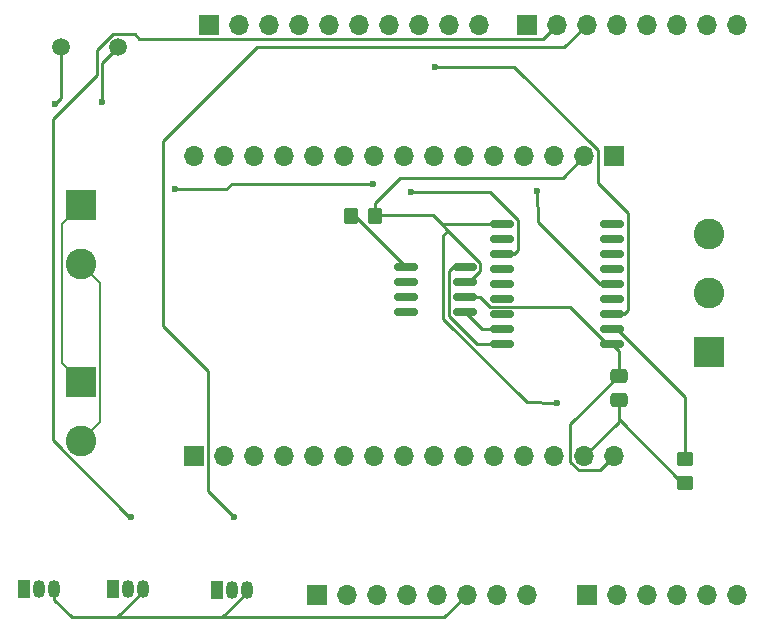
<source format=gbr>
%TF.GenerationSoftware,KiCad,Pcbnew,8.0.2-1*%
%TF.CreationDate,2024-05-27T06:20:34-04:00*%
%TF.ProjectId,ORA_Arduino_ESP_CAN_Shield_Rev_2,4f52415f-4172-4647-9569-6e6f5f455350,rev?*%
%TF.SameCoordinates,Original*%
%TF.FileFunction,Copper,L2,Bot*%
%TF.FilePolarity,Positive*%
%FSLAX46Y46*%
G04 Gerber Fmt 4.6, Leading zero omitted, Abs format (unit mm)*
G04 Created by KiCad (PCBNEW 8.0.2-1) date 2024-05-27 06:20:34*
%MOMM*%
%LPD*%
G01*
G04 APERTURE LIST*
G04 Aperture macros list*
%AMRoundRect*
0 Rectangle with rounded corners*
0 $1 Rounding radius*
0 $2 $3 $4 $5 $6 $7 $8 $9 X,Y pos of 4 corners*
0 Add a 4 corners polygon primitive as box body*
4,1,4,$2,$3,$4,$5,$6,$7,$8,$9,$2,$3,0*
0 Add four circle primitives for the rounded corners*
1,1,$1+$1,$2,$3*
1,1,$1+$1,$4,$5*
1,1,$1+$1,$6,$7*
1,1,$1+$1,$8,$9*
0 Add four rect primitives between the rounded corners*
20,1,$1+$1,$2,$3,$4,$5,0*
20,1,$1+$1,$4,$5,$6,$7,0*
20,1,$1+$1,$6,$7,$8,$9,0*
20,1,$1+$1,$8,$9,$2,$3,0*%
G04 Aperture macros list end*
%TA.AperFunction,ComponentPad*%
%ADD10R,1.700000X1.700000*%
%TD*%
%TA.AperFunction,ComponentPad*%
%ADD11O,1.700000X1.700000*%
%TD*%
%TA.AperFunction,ComponentPad*%
%ADD12R,1.050000X1.500000*%
%TD*%
%TA.AperFunction,ComponentPad*%
%ADD13O,1.050000X1.500000*%
%TD*%
%TA.AperFunction,ComponentPad*%
%ADD14R,2.600000X2.600000*%
%TD*%
%TA.AperFunction,ComponentPad*%
%ADD15C,2.600000*%
%TD*%
%TA.AperFunction,ComponentPad*%
%ADD16C,1.500000*%
%TD*%
%TA.AperFunction,SMDPad,CuDef*%
%ADD17RoundRect,0.250000X-0.475000X0.337500X-0.475000X-0.337500X0.475000X-0.337500X0.475000X0.337500X0*%
%TD*%
%TA.AperFunction,SMDPad,CuDef*%
%ADD18RoundRect,0.250000X0.450000X-0.350000X0.450000X0.350000X-0.450000X0.350000X-0.450000X-0.350000X0*%
%TD*%
%TA.AperFunction,SMDPad,CuDef*%
%ADD19RoundRect,0.150000X0.825000X0.150000X-0.825000X0.150000X-0.825000X-0.150000X0.825000X-0.150000X0*%
%TD*%
%TA.AperFunction,SMDPad,CuDef*%
%ADD20RoundRect,0.150000X-0.875000X-0.150000X0.875000X-0.150000X0.875000X0.150000X-0.875000X0.150000X0*%
%TD*%
%TA.AperFunction,SMDPad,CuDef*%
%ADD21RoundRect,0.250000X-0.350000X-0.450000X0.350000X-0.450000X0.350000X0.450000X-0.350000X0.450000X0*%
%TD*%
%TA.AperFunction,ViaPad*%
%ADD22C,0.600000*%
%TD*%
%TA.AperFunction,Conductor*%
%ADD23C,0.250000*%
%TD*%
%TA.AperFunction,Conductor*%
%ADD24C,0.200000*%
%TD*%
G04 APERTURE END LIST*
D10*
%TO.P,J1,1,Pin_1*%
%TO.N,unconnected-(J1-Pin_1-Pad1)*%
X127940000Y-97460000D03*
D11*
%TO.P,J1,2,Pin_2*%
%TO.N,unconnected-(J1-Pin_2-Pad2)*%
X130480000Y-97460000D03*
%TO.P,J1,3,Pin_3*%
%TO.N,unconnected-(J1-Pin_3-Pad3)*%
X133020000Y-97460000D03*
%TO.P,J1,4,Pin_4*%
%TO.N,unconnected-(J1-Pin_4-Pad4)*%
X135560000Y-97460000D03*
%TO.P,J1,5,Pin_5*%
%TO.N,+5V*%
X138100000Y-97460000D03*
%TO.P,J1,6,Pin_6*%
%TO.N,GND*%
X140640000Y-97460000D03*
%TO.P,J1,7,Pin_7*%
X143180000Y-97460000D03*
%TO.P,J1,8,Pin_8*%
%TO.N,unconnected-(J1-Pin_8-Pad8)*%
X145720000Y-97460000D03*
%TD*%
D10*
%TO.P,J3,1,Pin_1*%
%TO.N,unconnected-(J3-Pin_1-Pad1)*%
X150800000Y-97460000D03*
D11*
%TO.P,J3,2,Pin_2*%
%TO.N,unconnected-(J3-Pin_2-Pad2)*%
X153340000Y-97460000D03*
%TO.P,J3,3,Pin_3*%
%TO.N,unconnected-(J3-Pin_3-Pad3)*%
X155880000Y-97460000D03*
%TO.P,J3,4,Pin_4*%
%TO.N,unconnected-(J3-Pin_4-Pad4)*%
X158420000Y-97460000D03*
%TO.P,J3,5,Pin_5*%
%TO.N,unconnected-(J3-Pin_5-Pad5)*%
X160960000Y-97460000D03*
%TO.P,J3,6,Pin_6*%
%TO.N,unconnected-(J3-Pin_6-Pad6)*%
X163500000Y-97460000D03*
%TD*%
D10*
%TO.P,J2,1,Pin_1*%
%TO.N,SCL*%
X118796000Y-49200000D03*
D11*
%TO.P,J2,2,Pin_2*%
%TO.N,SDA*%
X121336000Y-49200000D03*
%TO.P,J2,3,Pin_3*%
%TO.N,unconnected-(J2-Pin_3-Pad3)*%
X123876000Y-49200000D03*
%TO.P,J2,4,Pin_4*%
%TO.N,GND*%
X126416000Y-49200000D03*
%TO.P,J2,5,Pin_5*%
%TO.N,SCK*%
X128956000Y-49200000D03*
%TO.P,J2,6,Pin_6*%
%TO.N,SO*%
X131496000Y-49200000D03*
%TO.P,J2,7,Pin_7*%
%TO.N,SI*%
X134036000Y-49200000D03*
%TO.P,J2,8,Pin_8*%
%TO.N,CS*%
X136576000Y-49200000D03*
%TO.P,J2,9,Pin_9*%
%TO.N,unconnected-(J2-Pin_9-Pad9)*%
X139116000Y-49200000D03*
%TO.P,J2,10,Pin_10*%
%TO.N,unconnected-(J2-Pin_10-Pad10)*%
X141656000Y-49200000D03*
%TD*%
D10*
%TO.P,J4,1,Pin_1*%
%TO.N,LEDPWR_R*%
X145720000Y-49200000D03*
D11*
%TO.P,J4,2,Pin_2*%
%TO.N,LEDPWR_G*%
X148260000Y-49200000D03*
%TO.P,J4,3,Pin_3*%
%TO.N,LEDPWR_B*%
X150800000Y-49200000D03*
%TO.P,J4,4,Pin_4*%
%TO.N,unconnected-(J4-Pin_4-Pad4)*%
X153340000Y-49200000D03*
%TO.P,J4,5,Pin_5*%
%TO.N,unconnected-(J4-Pin_5-Pad5)*%
X155880000Y-49200000D03*
%TO.P,J4,6,Pin_6*%
%TO.N,unconnected-(J4-Pin_6-Pad6)*%
X158420000Y-49200000D03*
%TO.P,J4,7,Pin_7*%
%TO.N,unconnected-(J4-Pin_7-Pad7)*%
X160960000Y-49200000D03*
%TO.P,J4,8,Pin_8*%
%TO.N,unconnected-(J4-Pin_8-Pad8)*%
X163500000Y-49200000D03*
%TD*%
D12*
%TO.P,Q2,1,D*%
%TO.N,Net-(Q2-D)*%
X119490000Y-97050000D03*
D13*
%TO.P,Q2,2,G*%
%TO.N,Net-(Q2-G)*%
X120760000Y-97050000D03*
%TO.P,Q2,3,S*%
%TO.N,GND*%
X122030000Y-97050000D03*
%TD*%
D12*
%TO.P,Q1,1,D*%
%TO.N,Net-(Q1-D)*%
X103200000Y-96960000D03*
D13*
%TO.P,Q1,2,G*%
%TO.N,Net-(Q1-G)*%
X104470000Y-96960000D03*
%TO.P,Q1,3,S*%
%TO.N,GND*%
X105740000Y-96960000D03*
%TD*%
D12*
%TO.P,Q4,1,D*%
%TO.N,Net-(Q4-D)*%
X110700000Y-96980000D03*
D13*
%TO.P,Q4,2,G*%
%TO.N,Net-(Q4-G)*%
X111970000Y-96980000D03*
%TO.P,Q4,3,S*%
%TO.N,GND*%
X113240000Y-96980000D03*
%TD*%
D14*
%TO.P,J5,1,Pin_1*%
%TO.N,CAN-*%
X107960000Y-64450000D03*
D15*
%TO.P,J5,2,Pin_2*%
%TO.N,CAN+*%
X107960000Y-69450000D03*
%TD*%
D14*
%TO.P,J6,1,Pin_1*%
%TO.N,CAN-*%
X107965000Y-79450000D03*
D15*
%TO.P,J6,2,Pin_2*%
%TO.N,CAN+*%
X107965000Y-84450000D03*
%TD*%
D16*
%TO.P,Y2,1,1*%
%TO.N,Net-(U4-OSC1)*%
X106280000Y-51050000D03*
%TO.P,Y2,2,2*%
%TO.N,Net-(U4-OSC2)*%
X111160000Y-51050000D03*
%TD*%
D14*
%TO.P,J7,1,Pin_1*%
%TO.N,LED_R*%
X161190000Y-76940000D03*
D15*
%TO.P,J7,2,Pin_2*%
%TO.N,LED_G*%
X161190000Y-71940000D03*
%TO.P,J7,3,Pin_3*%
%TO.N,LED_B*%
X161190000Y-66940000D03*
%TD*%
D10*
%TO.P,U1,1,3V3*%
%TO.N,unconnected-(U1-3V3-Pad1)*%
X153120000Y-60330000D03*
D11*
%TO.P,U1,2,GND*%
%TO.N,GND*%
X150580000Y-60330000D03*
%TO.P,U1,3,D15*%
%TO.N,unconnected-(U1-D15-Pad3)*%
X148040000Y-60330000D03*
%TO.P,U1,4,D2*%
%TO.N,unconnected-(U1-D2-Pad4)*%
X145500000Y-60330000D03*
%TO.P,U1,5,D4*%
%TO.N,unconnected-(U1-D4-Pad5)*%
X142960000Y-60330000D03*
%TO.P,U1,6,RX2*%
%TO.N,unconnected-(U1-RX2-Pad6)*%
X140420000Y-60330000D03*
%TO.P,U1,7,TX2*%
%TO.N,unconnected-(U1-TX2-Pad7)*%
X137880000Y-60330000D03*
%TO.P,U1,8,D5*%
%TO.N,unconnected-(U1-D5-Pad8)*%
X135340000Y-60330000D03*
%TO.P,U1,9,D18*%
%TO.N,unconnected-(U1-D18-Pad9)*%
X132800000Y-60330000D03*
%TO.P,U1,10,D19*%
%TO.N,unconnected-(U1-D19-Pad10)*%
X130260000Y-60330000D03*
%TO.P,U1,11,D21*%
%TO.N,SDA*%
X127720000Y-60330000D03*
%TO.P,U1,12,RX0*%
%TO.N,unconnected-(U1-RX0-Pad12)*%
X125180000Y-60330000D03*
%TO.P,U1,13,TX0*%
%TO.N,unconnected-(U1-TX0-Pad13)*%
X122640000Y-60330000D03*
%TO.P,U1,14,D22*%
%TO.N,SCL*%
X120100000Y-60330000D03*
%TO.P,U1,15,D23*%
%TO.N,unconnected-(U1-D23-Pad15)*%
X117560000Y-60330000D03*
D10*
%TO.P,U1,16,EN*%
%TO.N,unconnected-(U1-EN-Pad16)*%
X117580000Y-85730000D03*
D11*
%TO.P,U1,17,VP*%
%TO.N,unconnected-(U1-VP-Pad17)*%
X120120000Y-85730000D03*
%TO.P,U1,18,VN*%
%TO.N,unconnected-(U1-VN-Pad18)*%
X122660000Y-85730000D03*
%TO.P,U1,19,D34*%
%TO.N,unconnected-(U1-D34-Pad19)*%
X125200000Y-85730000D03*
%TO.P,U1,20,D35*%
%TO.N,unconnected-(U1-D35-Pad20)*%
X127740000Y-85730000D03*
%TO.P,U1,21,D32*%
%TO.N,unconnected-(U1-D32-Pad21)*%
X130280000Y-85730000D03*
%TO.P,U1,22,D33*%
%TO.N,unconnected-(U1-D33-Pad22)*%
X132820000Y-85730000D03*
%TO.P,U1,23,D25*%
%TO.N,unconnected-(U1-D25-Pad23)*%
X135360000Y-85730000D03*
%TO.P,U1,24,D26*%
%TO.N,unconnected-(U1-D26-Pad24)*%
X137900000Y-85730000D03*
%TO.P,U1,25,D27*%
%TO.N,unconnected-(U1-D27-Pad25)*%
X140440000Y-85730000D03*
%TO.P,U1,26,D14*%
%TO.N,unconnected-(U1-D14-Pad26)*%
X142980000Y-85730000D03*
%TO.P,U1,27,D12*%
%TO.N,unconnected-(U1-D12-Pad27)*%
X145520000Y-85730000D03*
%TO.P,U1,28,D13*%
%TO.N,unconnected-(U1-D13-Pad28)*%
X148060000Y-85730000D03*
%TO.P,U1,29,GND*%
%TO.N,GND*%
X150600000Y-85730000D03*
%TO.P,U1,30,VIN*%
%TO.N,+5V*%
X153140000Y-85730000D03*
%TD*%
D17*
%TO.P,C6,1*%
%TO.N,+5V*%
X153510000Y-78902500D03*
%TO.P,C6,2*%
%TO.N,GND*%
X153510000Y-80977500D03*
%TD*%
D18*
%TO.P,R11,1*%
%TO.N,GND*%
X159160000Y-87960000D03*
%TO.P,R11,2*%
%TO.N,Net-(U4-~{RESET})*%
X159160000Y-85960000D03*
%TD*%
D19*
%TO.P,U5,1,TXD*%
%TO.N,Net-(U4-TXCAN)*%
X140485000Y-69710000D03*
%TO.P,U5,2,VSS*%
%TO.N,GND*%
X140485000Y-70980000D03*
%TO.P,U5,3,VDD*%
%TO.N,+5V*%
X140485000Y-72250000D03*
%TO.P,U5,4,RXD*%
%TO.N,Net-(U4-RXCAN)*%
X140485000Y-73520000D03*
%TO.P,U5,5,Vref*%
%TO.N,unconnected-(U5-Vref-Pad5)*%
X135535000Y-73520000D03*
%TO.P,U5,6,CANL*%
%TO.N,CAN-*%
X135535000Y-72250000D03*
%TO.P,U5,7,CANH*%
%TO.N,CAN+*%
X135535000Y-70980000D03*
%TO.P,U5,8,Rs*%
%TO.N,Net-(U5-Rs)*%
X135535000Y-69710000D03*
%TD*%
D20*
%TO.P,U4,1,TXCAN*%
%TO.N,Net-(U4-TXCAN)*%
X143660000Y-76250000D03*
%TO.P,U4,2,RXCAN*%
%TO.N,Net-(U4-RXCAN)*%
X143660000Y-74980000D03*
%TO.P,U4,3,CLKOUT/SOF*%
%TO.N,unconnected-(U4-CLKOUT{slash}SOF-Pad3)*%
X143660000Y-73710000D03*
%TO.P,U4,4,~{TX0RTS}*%
%TO.N,unconnected-(U4-~{TX0RTS}-Pad4)*%
X143660000Y-72440000D03*
%TO.P,U4,5,~{TX1RTS}*%
%TO.N,unconnected-(U4-~{TX1RTS}-Pad5)*%
X143660000Y-71170000D03*
%TO.P,U4,6,~{TX2RTS}*%
%TO.N,unconnected-(U4-~{TX2RTS}-Pad6)*%
X143660000Y-69900000D03*
%TO.P,U4,7,OSC2*%
%TO.N,Net-(U4-OSC2)*%
X143660000Y-68630000D03*
%TO.P,U4,8,OSC1*%
%TO.N,Net-(U4-OSC1)*%
X143660000Y-67360000D03*
%TO.P,U4,9,VSS*%
%TO.N,GND*%
X143660000Y-66090000D03*
%TO.P,U4,10,~{RX1BF}*%
%TO.N,unconnected-(U4-~{RX1BF}-Pad10)*%
X152960000Y-66090000D03*
%TO.P,U4,11,~{RX0BF}*%
%TO.N,unconnected-(U4-~{RX0BF}-Pad11)*%
X152960000Y-67360000D03*
%TO.P,U4,12,~{INT}*%
%TO.N,INT*%
X152960000Y-68630000D03*
%TO.P,U4,13,SCK*%
%TO.N,SCK*%
X152960000Y-69900000D03*
%TO.P,U4,14,SI*%
%TO.N,SI*%
X152960000Y-71170000D03*
%TO.P,U4,15,SO*%
%TO.N,SO*%
X152960000Y-72440000D03*
%TO.P,U4,16,~{CS}*%
%TO.N,CS*%
X152960000Y-73710000D03*
%TO.P,U4,17,~{RESET}*%
%TO.N,Net-(U4-~{RESET})*%
X152960000Y-74980000D03*
%TO.P,U4,18,VDD*%
%TO.N,+5V*%
X152960000Y-76250000D03*
%TD*%
D21*
%TO.P,R12,1*%
%TO.N,Net-(U5-Rs)*%
X130870000Y-65370000D03*
%TO.P,R12,2*%
%TO.N,GND*%
X132870000Y-65370000D03*
%TD*%
D22*
%TO.N,GND*%
X153660000Y-81030000D03*
X148330000Y-81190000D03*
X132920000Y-65340000D03*
%TO.N,Net-(U4-OSC2)*%
X132680000Y-62650000D03*
X135960000Y-63360000D03*
X109800000Y-55700000D03*
X115910000Y-63130000D03*
%TO.N,Net-(U4-OSC1)*%
X143540000Y-67380000D03*
X105790000Y-55910000D03*
%TO.N,LEDPWR_G*%
X112190000Y-90840000D03*
%TO.N,LEDPWR_B*%
X120940000Y-90850000D03*
%TO.N,SCK*%
X152860000Y-69910000D03*
%TO.N,SI*%
X146620000Y-63240000D03*
%TO.N,CS*%
X137990000Y-52760000D03*
%TO.N,SO*%
X153400000Y-72440000D03*
%TO.N,CAN-*%
X135530000Y-72270000D03*
%TO.N,CAN+*%
X135530000Y-71000000D03*
%TD*%
D23*
%TO.N,GND*%
X138720000Y-99380000D02*
X140640000Y-97460000D01*
X153510000Y-80977500D02*
X153510000Y-82600000D01*
X140870000Y-70980000D02*
X140485000Y-70980000D01*
X132920000Y-65340000D02*
X137765908Y-65340000D01*
X105740000Y-96960000D02*
X105740000Y-97880000D01*
X119925000Y-99380000D02*
X138720000Y-99380000D01*
X141785000Y-69359092D02*
X141785000Y-70065000D01*
X158870000Y-87960000D02*
X153510000Y-82600000D01*
X159160000Y-87960000D02*
X158870000Y-87960000D01*
X105740000Y-97880000D02*
X107240000Y-99380000D01*
X153510000Y-82600000D02*
X153510000Y-82820000D01*
X145753604Y-81150000D02*
X148330000Y-81190000D01*
X138680000Y-67030000D02*
X138680000Y-74076396D01*
X135040000Y-62150000D02*
X148760000Y-62150000D01*
X122030000Y-97275000D02*
X122030000Y-97050000D01*
X148330000Y-81190000D02*
X148330000Y-81150000D01*
X139067954Y-66642046D02*
X141785000Y-69359092D01*
X113240000Y-97205000D02*
X113240000Y-96980000D01*
X132870000Y-65370000D02*
X132870000Y-64320000D01*
X137765908Y-65340000D02*
X139067954Y-66642046D01*
X138680000Y-74076396D02*
X145753604Y-81150000D01*
X153562500Y-81030000D02*
X153510000Y-80977500D01*
X111065000Y-99380000D02*
X113240000Y-97205000D01*
X107240000Y-99380000D02*
X111065000Y-99380000D01*
X138515908Y-66090000D02*
X137765908Y-65340000D01*
X148760000Y-62150000D02*
X150580000Y-60330000D01*
X143660000Y-66090000D02*
X138515908Y-66090000D01*
X153660000Y-81030000D02*
X153562500Y-81030000D01*
X141785000Y-70065000D02*
X140870000Y-70980000D01*
X153510000Y-82820000D02*
X150600000Y-85730000D01*
X111065000Y-99380000D02*
X119925000Y-99380000D01*
X119925000Y-99380000D02*
X122030000Y-97275000D01*
X139067954Y-66642046D02*
X138680000Y-67030000D01*
X132870000Y-64320000D02*
X135040000Y-62150000D01*
%TO.N,+5V*%
X140485000Y-72250000D02*
X141769092Y-72250000D01*
X151950000Y-86920000D02*
X153140000Y-85730000D01*
X152529092Y-76250000D02*
X152960000Y-76250000D01*
X149425000Y-86216701D02*
X150128299Y-86920000D01*
X153510000Y-78902500D02*
X149425000Y-82987500D01*
X152960000Y-76250000D02*
X153510000Y-76800000D01*
X149359092Y-73080000D02*
X152529092Y-76250000D01*
X150128299Y-86920000D02*
X151950000Y-86920000D01*
X153510000Y-76800000D02*
X153510000Y-78902500D01*
X142599092Y-73080000D02*
X149359092Y-73080000D01*
X141769092Y-72250000D02*
X142599092Y-73080000D01*
X149425000Y-82987500D02*
X149425000Y-86216701D01*
%TO.N,Net-(U4-OSC2)*%
X115940000Y-63100000D02*
X115970000Y-63100000D01*
X142630908Y-63360000D02*
X135960000Y-63360000D01*
X144684999Y-68630000D02*
X145010000Y-68304999D01*
X145010000Y-65739092D02*
X142630908Y-63360000D01*
X116000000Y-63100000D02*
X115910000Y-63130000D01*
X109800000Y-55700000D02*
X109800000Y-52410000D01*
X143660000Y-68630000D02*
X144684999Y-68630000D01*
X120758299Y-62650000D02*
X120308299Y-63100000D01*
X145010000Y-68304999D02*
X145010000Y-65739092D01*
X135960000Y-63360000D02*
X136050000Y-63360000D01*
X132680000Y-62650000D02*
X120758299Y-62650000D01*
X115910000Y-63130000D02*
X115940000Y-63100000D01*
X120308299Y-63100000D02*
X116000000Y-63100000D01*
X109800000Y-52410000D02*
X111160000Y-51050000D01*
%TO.N,Net-(U4-OSC1)*%
X105790000Y-55910000D02*
X106280000Y-55420000D01*
X143640000Y-67380000D02*
X143660000Y-67360000D01*
X143540000Y-67380000D02*
X143640000Y-67380000D01*
X106280000Y-55420000D02*
X106280000Y-51050000D01*
%TO.N,LEDPWR_G*%
X105600000Y-57190000D02*
X109350000Y-53440000D01*
X112190000Y-90840000D02*
X112056902Y-90840000D01*
X105600000Y-84383098D02*
X105600000Y-57190000D01*
X112535000Y-49975000D02*
X112940000Y-50380000D01*
X109350000Y-53440000D02*
X109350000Y-51339720D01*
X112056902Y-90840000D02*
X105600000Y-84383098D01*
X109350000Y-51339720D02*
X110714720Y-49975000D01*
X112940000Y-50380000D02*
X147080000Y-50380000D01*
X110714720Y-49975000D02*
X112535000Y-49975000D01*
X147080000Y-50380000D02*
X148260000Y-49200000D01*
%TO.N,LEDPWR_B*%
X148900000Y-51100000D02*
X150800000Y-49200000D01*
X122890000Y-51100000D02*
X148900000Y-51100000D01*
X120940000Y-90850000D02*
X118755000Y-88665000D01*
X114920000Y-74700000D02*
X114920000Y-59070000D01*
X114920000Y-59070000D02*
X122890000Y-51100000D01*
X118755000Y-88665000D02*
X118755000Y-78535000D01*
X118755000Y-78535000D02*
X114920000Y-74700000D01*
%TO.N,Net-(U4-~{RESET})*%
X153390908Y-74980000D02*
X152960000Y-74980000D01*
X159160000Y-85960000D02*
X159160000Y-80749092D01*
X159160000Y-80749092D02*
X153390908Y-74980000D01*
%TO.N,Net-(U5-Rs)*%
X135535000Y-69710000D02*
X131195000Y-65370000D01*
X131195000Y-65370000D02*
X130870000Y-65370000D01*
%TO.N,Net-(U4-RXCAN)*%
X140485000Y-73520000D02*
X141945000Y-74980000D01*
X141945000Y-74980000D02*
X143660000Y-74980000D01*
%TO.N,Net-(U4-TXCAN)*%
X139510001Y-69710000D02*
X139130000Y-70090001D01*
X140485000Y-69710000D02*
X139510001Y-69710000D01*
X141490000Y-76250000D02*
X143660000Y-76250000D01*
X139130000Y-73890000D02*
X141490000Y-76250000D01*
X139130000Y-70090001D02*
X139130000Y-73890000D01*
%TO.N,SI*%
X151935001Y-71170000D02*
X146650000Y-65884999D01*
X146620000Y-63240000D02*
X146650000Y-63290000D01*
X146650000Y-65884999D02*
X146620000Y-63240000D01*
X152960000Y-71170000D02*
X151935001Y-71170000D01*
%TO.N,CS*%
X151755000Y-59843299D02*
X151755000Y-62575000D01*
X154320000Y-65140000D02*
X154320000Y-73374999D01*
X154320000Y-73374999D02*
X153984999Y-73710000D01*
X151755000Y-62575000D02*
X154320000Y-65140000D01*
X153984999Y-73710000D02*
X152960000Y-73710000D01*
X144671701Y-52760000D02*
X151755000Y-59843299D01*
X137990000Y-52760000D02*
X144671701Y-52760000D01*
D24*
%TO.N,CAN-*%
X106360000Y-66050000D02*
X107960000Y-64450000D01*
X106360000Y-77845000D02*
X106360000Y-66050000D01*
X107965000Y-79450000D02*
X106360000Y-77845000D01*
%TO.N,CAN+*%
X107965000Y-84450000D02*
X109565000Y-82850000D01*
X109565000Y-71055000D02*
X107960000Y-69450000D01*
X109565000Y-82850000D02*
X109565000Y-71055000D01*
%TD*%
M02*

</source>
